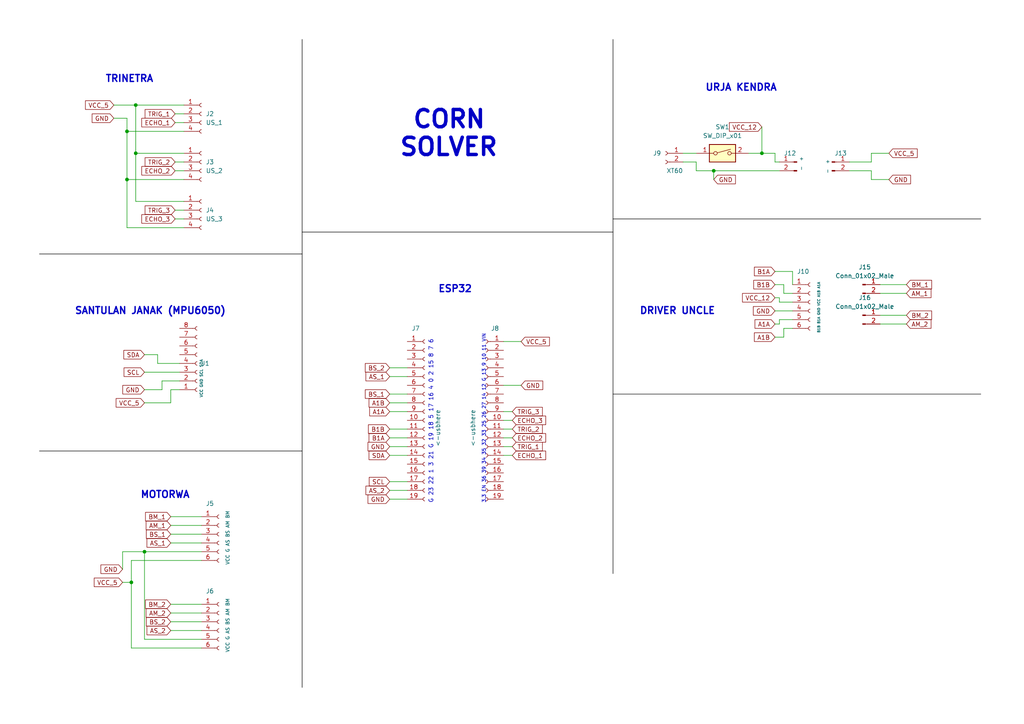
<source format=kicad_sch>
(kicad_sch (version 20211123) (generator eeschema)
  (paper "A4")
  (lib_symbols
    (symbol "Connector:Conn_01x02_Female" (pin_names (offset 1.016) hide)
      (property "Reference" "J" (at 0 2.54 0))
      (property "Value" "Conn_01x02_Female" (at 0 -5.08 0))
      (symbol "Conn_01x02_Female_1_1"
        (arc (start 0 -2.032) (mid -0.508 -2.54) (end 0 -3.048) (stroke (width 0.1524)))
        (polyline (pts (xy -1.27 -2.54) (xy -0.508 -2.54)) (stroke (width 0.1524)))
        (polyline (pts (xy -1.27 0) (xy -0.508 0)) (stroke (width 0.1524)))
        (arc (start 0 0.508) (mid -0.508 0) (end 0 -0.508) (stroke (width 0.1524)))
        (pin passive line (at -5.08 0 0) (length 3.81) (name "Pin_1") (number "1"))
        (pin passive line (at -5.08 -2.54 0) (length 3.81) (name "Pin_2") (number "2"))
      )
    )
    (symbol "Connector:Conn_01x02_Male" (pin_names (offset 1.016) hide)
      (property "Reference" "J" (at 0 2.54 0))
      (property "Value" "Conn_01x02_Male" (at 0 -5.08 0))
      (symbol "Conn_01x02_Male_1_1"
        (polyline (pts (xy 1.27 -2.54) (xy 0.8636 -2.54)) (stroke (width 0.1524)))
        (polyline (pts (xy 1.27 0) (xy 0.8636 0)) (stroke (width 0.1524)))
        (rectangle (start 0.8636 -2.413) (end 0 -2.667) (stroke (width 0.1524)) (fill (type outline)))
        (rectangle (start 0.8636 0.127) (end 0 -0.127) (stroke (width 0.1524)) (fill (type outline)))
        (pin passive line (at 5.08 0 180) (length 3.81) (name "Pin_1") (number "1"))
        (pin passive line (at 5.08 -2.54 180) (length 3.81) (name "Pin_2") (number "2"))
      )
    )
    (symbol "Connector:Conn_01x04_Female" (pin_names (offset 1.016) hide)
      (property "Reference" "J" (at 0 5.08 0))
      (property "Value" "Conn_01x04_Female" (at 0 -7.62 0))
      (symbol "Conn_01x04_Female_1_1"
        (arc (start 0 -4.572) (mid -0.508 -5.08) (end 0 -5.588) (stroke (width 0.1524)))
        (arc (start 0 -2.032) (mid -0.508 -2.54) (end 0 -3.048) (stroke (width 0.1524)))
        (polyline (pts (xy -1.27 -5.08) (xy -0.508 -5.08)) (stroke (width 0.1524)))
        (polyline (pts (xy -1.27 -2.54) (xy -0.508 -2.54)) (stroke (width 0.1524)))
        (polyline (pts (xy -1.27 0) (xy -0.508 0)) (stroke (width 0.1524)))
        (polyline (pts (xy -1.27 2.54) (xy -0.508 2.54)) (stroke (width 0.1524)))
        (arc (start 0 0.508) (mid -0.508 0) (end 0 -0.508) (stroke (width 0.1524)))
        (arc (start 0 3.048) (mid -0.508 2.54) (end 0 2.032) (stroke (width 0.1524)))
        (pin passive line (at -5.08 2.54 0) (length 3.81) (name "Pin_1") (number "1"))
        (pin passive line (at -5.08 0 0) (length 3.81) (name "Pin_2") (number "2"))
        (pin passive line (at -5.08 -2.54 0) (length 3.81) (name "Pin_3") (number "3"))
        (pin passive line (at -5.08 -5.08 0) (length 3.81) (name "Pin_4") (number "4"))
      )
    )
    (symbol "Connector:Conn_01x06_Female" (pin_names (offset 1.016) hide)
      (property "Reference" "J" (at 0 7.62 0))
      (property "Value" "Conn_01x06_Female" (at 0 -10.16 0))
      (symbol "Conn_01x06_Female_1_1"
        (arc (start 0 -7.112) (mid -0.508 -7.62) (end 0 -8.128) (stroke (width 0.1524)))
        (arc (start 0 -4.572) (mid -0.508 -5.08) (end 0 -5.588) (stroke (width 0.1524)))
        (arc (start 0 -2.032) (mid -0.508 -2.54) (end 0 -3.048) (stroke (width 0.1524)))
        (polyline (pts (xy -1.27 -7.62) (xy -0.508 -7.62)) (stroke (width 0.1524)))
        (polyline (pts (xy -1.27 -5.08) (xy -0.508 -5.08)) (stroke (width 0.1524)))
        (polyline (pts (xy -1.27 -2.54) (xy -0.508 -2.54)) (stroke (width 0.1524)))
        (polyline (pts (xy -1.27 0) (xy -0.508 0)) (stroke (width 0.1524)))
        (polyline (pts (xy -1.27 2.54) (xy -0.508 2.54)) (stroke (width 0.1524)))
        (polyline (pts (xy -1.27 5.08) (xy -0.508 5.08)) (stroke (width 0.1524)))
        (arc (start 0 0.508) (mid -0.508 0) (end 0 -0.508) (stroke (width 0.1524)))
        (arc (start 0 3.048) (mid -0.508 2.54) (end 0 2.032) (stroke (width 0.1524)))
        (arc (start 0 5.588) (mid -0.508 5.08) (end 0 4.572) (stroke (width 0.1524)))
        (pin passive line (at -5.08 5.08 0) (length 3.81) (name "Pin_1") (number "1"))
        (pin passive line (at -5.08 2.54 0) (length 3.81) (name "Pin_2") (number "2"))
        (pin passive line (at -5.08 0 0) (length 3.81) (name "Pin_3") (number "3"))
        (pin passive line (at -5.08 -2.54 0) (length 3.81) (name "Pin_4") (number "4"))
        (pin passive line (at -5.08 -5.08 0) (length 3.81) (name "Pin_5") (number "5"))
        (pin passive line (at -5.08 -7.62 0) (length 3.81) (name "Pin_6") (number "6"))
      )
    )
    (symbol "Connector:Conn_01x08_Female" (pin_names (offset 1.016) hide)
      (property "Reference" "J" (at 0 10.16 0))
      (property "Value" "Conn_01x08_Female" (at 0 -12.7 0))
      (symbol "Conn_01x08_Female_1_1"
        (arc (start 0 -9.652) (mid -0.508 -10.16) (end 0 -10.668) (stroke (width 0.1524)))
        (arc (start 0 -7.112) (mid -0.508 -7.62) (end 0 -8.128) (stroke (width 0.1524)))
        (arc (start 0 -4.572) (mid -0.508 -5.08) (end 0 -5.588) (stroke (width 0.1524)))
        (arc (start 0 -2.032) (mid -0.508 -2.54) (end 0 -3.048) (stroke (width 0.1524)))
        (polyline (pts (xy -1.27 -10.16) (xy -0.508 -10.16)) (stroke (width 0.1524)))
        (polyline (pts (xy -1.27 -7.62) (xy -0.508 -7.62)) (stroke (width 0.1524)))
        (polyline (pts (xy -1.27 -5.08) (xy -0.508 -5.08)) (stroke (width 0.1524)))
        (polyline (pts (xy -1.27 -2.54) (xy -0.508 -2.54)) (stroke (width 0.1524)))
        (polyline (pts (xy -1.27 0) (xy -0.508 0)) (stroke (width 0.1524)))
        (polyline (pts (xy -1.27 2.54) (xy -0.508 2.54)) (stroke (width 0.1524)))
        (polyline (pts (xy -1.27 5.08) (xy -0.508 5.08)) (stroke (width 0.1524)))
        (polyline (pts (xy -1.27 7.62) (xy -0.508 7.62)) (stroke (width 0.1524)))
        (arc (start 0 0.508) (mid -0.508 0) (end 0 -0.508) (stroke (width 0.1524)))
        (arc (start 0 3.048) (mid -0.508 2.54) (end 0 2.032) (stroke (width 0.1524)))
        (arc (start 0 5.588) (mid -0.508 5.08) (end 0 4.572) (stroke (width 0.1524)))
        (arc (start 0 8.128) (mid -0.508 7.62) (end 0 7.112) (stroke (width 0.1524)))
        (pin passive line (at -5.08 7.62 0) (length 3.81) (name "Pin_1") (number "1"))
        (pin passive line (at -5.08 5.08 0) (length 3.81) (name "Pin_2") (number "2"))
        (pin passive line (at -5.08 2.54 0) (length 3.81) (name "Pin_3") (number "3"))
        (pin passive line (at -5.08 0 0) (length 3.81) (name "Pin_4") (number "4"))
        (pin passive line (at -5.08 -2.54 0) (length 3.81) (name "Pin_5") (number "5"))
        (pin passive line (at -5.08 -5.08 0) (length 3.81) (name "Pin_6") (number "6"))
        (pin passive line (at -5.08 -7.62 0) (length 3.81) (name "Pin_7") (number "7"))
        (pin passive line (at -5.08 -10.16 0) (length 3.81) (name "Pin_8") (number "8"))
      )
    )
    (symbol "Connector:Conn_01x19_Female" (pin_names (offset 1.016) hide)
      (property "Reference" "J" (at 0 25.4 0))
      (property "Value" "Conn_01x19_Female" (at 0 -25.4 0))
      (symbol "Conn_01x19_Female_1_1"
        (arc (start 0 -22.352) (mid -0.508 -22.86) (end 0 -23.368) (stroke (width 0.1524)))
        (arc (start 0 -19.812) (mid -0.508 -20.32) (end 0 -20.828) (stroke (width 0.1524)))
        (arc (start 0 -17.272) (mid -0.508 -17.78) (end 0 -18.288) (stroke (width 0.1524)))
        (arc (start 0 -14.732) (mid -0.508 -15.24) (end 0 -15.748) (stroke (width 0.1524)))
        (arc (start 0 -12.192) (mid -0.508 -12.7) (end 0 -13.208) (stroke (width 0.1524)))
        (arc (start 0 -9.652) (mid -0.508 -10.16) (end 0 -10.668) (stroke (width 0.1524)))
        (arc (start 0 -7.112) (mid -0.508 -7.62) (end 0 -8.128) (stroke (width 0.1524)))
        (arc (start 0 -4.572) (mid -0.508 -5.08) (end 0 -5.588) (stroke (width 0.1524)))
        (arc (start 0 -2.032) (mid -0.508 -2.54) (end 0 -3.048) (stroke (width 0.1524)))
        (polyline (pts (xy -1.27 -22.86) (xy -0.508 -22.86)) (stroke (width 0.1524)))
        (polyline (pts (xy -1.27 -20.32) (xy -0.508 -20.32)) (stroke (width 0.1524)))
        (polyline (pts (xy -1.27 -17.78) (xy -0.508 -17.78)) (stroke (width 0.1524)))
        (polyline (pts (xy -1.27 -15.24) (xy -0.508 -15.24)) (stroke (width 0.1524)))
        (polyline (pts (xy -1.27 -12.7) (xy -0.508 -12.7)) (stroke (width 0.1524)))
        (polyline (pts (xy -1.27 -10.16) (xy -0.508 -10.16)) (stroke (width 0.1524)))
        (polyline (pts (xy -1.27 -7.62) (xy -0.508 -7.62)) (stroke (width 0.1524)))
        (polyline (pts (xy -1.27 -5.08) (xy -0.508 -5.08)) (stroke (width 0.1524)))
        (polyline (pts (xy -1.27 -2.54) (xy -0.508 -2.54)) (stroke (width 0.1524)))
        (polyline (pts (xy -1.27 0) (xy -0.508 0)) (stroke (width 0.1524)))
        (polyline (pts (xy -1.27 2.54) (xy -0.508 2.54)) (stroke (width 0.1524)))
        (polyline (pts (xy -1.27 5.08) (xy -0.508 5.08)) (stroke (width 0.1524)))
        (polyline (pts (xy -1.27 7.62) (xy -0.508 7.62)) (stroke (width 0.1524)))
        (polyline (pts (xy -1.27 10.16) (xy -0.508 10.16)) (stroke (width 0.1524)))
        (polyline (pts (xy -1.27 12.7) (xy -0.508 12.7)) (stroke (width 0.1524)))
        (polyline (pts (xy -1.27 15.24) (xy -0.508 15.24)) (stroke (width 0.1524)))
        (polyline (pts (xy -1.27 17.78) (xy -0.508 17.78)) (stroke (width 0.1524)))
        (polyline (pts (xy -1.27 20.32) (xy -0.508 20.32)) (stroke (width 0.1524)))
        (polyline (pts (xy -1.27 22.86) (xy -0.508 22.86)) (stroke (width 0.1524)))
        (arc (start 0 0.508) (mid -0.508 0) (end 0 -0.508) (stroke (width 0.1524)))
        (arc (start 0 3.048) (mid -0.508 2.54) (end 0 2.032) (stroke (width 0.1524)))
        (arc (start 0 5.588) (mid -0.508 5.08) (end 0 4.572) (stroke (width 0.1524)))
        (arc (start 0 8.128) (mid -0.508 7.62) (end 0 7.112) (stroke (width 0.1524)))
        (arc (start 0 10.668) (mid -0.508 10.16) (end 0 9.652) (stroke (width 0.1524)))
        (arc (start 0 13.208) (mid -0.508 12.7) (end 0 12.192) (stroke (width 0.1524)))
        (arc (start 0 15.748) (mid -0.508 15.24) (end 0 14.732) (stroke (width 0.1524)))
        (arc (start 0 18.288) (mid -0.508 17.78) (end 0 17.272) (stroke (width 0.1524)))
        (arc (start 0 20.828) (mid -0.508 20.32) (end 0 19.812) (stroke (width 0.1524)))
        (arc (start 0 23.368) (mid -0.508 22.86) (end 0 22.352) (stroke (width 0.1524)))
        (pin passive line (at -5.08 22.86 0) (length 3.81) (name "Pin_1") (number "1"))
        (pin passive line (at -5.08 0 0) (length 3.81) (name "Pin_10") (number "10"))
        (pin passive line (at -5.08 -2.54 0) (length 3.81) (name "Pin_11") (number "11"))
        (pin passive line (at -5.08 -5.08 0) (length 3.81) (name "Pin_12") (number "12"))
        (pin passive line (at -5.08 -7.62 0) (length 3.81) (name "Pin_13") (number "13"))
        (pin passive line (at -5.08 -10.16 0) (length 3.81) (name "Pin_14") (number "14"))
        (pin passive line (at -5.08 -12.7 0) (length 3.81) (name "Pin_15") (number "15"))
        (pin passive line (at -5.08 -15.24 0) (length 3.81) (name "Pin_16") (number "16"))
        (pin passive line (at -5.08 -17.78 0) (length 3.81) (name "Pin_17") (number "17"))
        (pin passive line (at -5.08 -20.32 0) (length 3.81) (name "Pin_18") (number "18"))
        (pin passive line (at -5.08 -22.86 0) (length 3.81) (name "Pin_19") (number "19"))
        (pin passive line (at -5.08 20.32 0) (length 3.81) (name "Pin_2") (number "2"))
        (pin passive line (at -5.08 17.78 0) (length 3.81) (name "Pin_3") (number "3"))
        (pin passive line (at -5.08 15.24 0) (length 3.81) (name "Pin_4") (number "4"))
        (pin passive line (at -5.08 12.7 0) (length 3.81) (name "Pin_5") (number "5"))
        (pin passive line (at -5.08 10.16 0) (length 3.81) (name "Pin_6") (number "6"))
        (pin passive line (at -5.08 7.62 0) (length 3.81) (name "Pin_7") (number "7"))
        (pin passive line (at -5.08 5.08 0) (length 3.81) (name "Pin_8") (number "8"))
        (pin passive line (at -5.08 2.54 0) (length 3.81) (name "Pin_9") (number "9"))
      )
    )
    (symbol "Switch:SW_DIP_x01" (pin_names (offset 0) hide)
      (property "Reference" "SW" (at 0 3.81 0))
      (property "Value" "SW_DIP_x01" (at 0 -3.81 0))
      (symbol "SW_DIP_x01_0_0"
        (circle (center -2.032 0) (radius 0.508))
        (polyline (pts (xy -1.524 0.127) (xy 2.3622 1.1684)))
        (circle (center 2.032 0) (radius 0.508))
      )
      (symbol "SW_DIP_x01_0_1"
        (rectangle (start -3.81 2.54) (end 3.81 -2.54) (stroke (width 0.254)) (fill (type background)))
      )
      (symbol "SW_DIP_x01_1_1"
        (pin passive line (at -7.62 0 0) (length 5.08) (name "~") (number "1"))
        (pin passive line (at 7.62 0 180) (length 5.08) (name "~") (number "2"))
      )
    )
  )
  (junction (at 39.37 44.45))
  (junction (at 41.91 160.02))
  (junction (at 36.83 52.07))
  (junction (at 38.1 168.91))
  (junction (at 207.01 49.53))
  (junction (at 220.98 44.45))
  (junction (at 39.37 30.48))
  (junction (at 36.83 38.1))
  (wire (pts (xy 246.38 49.53) (xy 252.73 49.53)))
  (wire (pts (xy 201.93 49.53) (xy 201.93 46.99)))
  (wire (pts (xy 207.01 49.53) (xy 207.01 52.07)))
  (wire (pts (xy 255.27 85.09) (xy 262.89 85.09)))
  (wire (pts (xy 49.53 175.26) (xy 58.42 175.26)))
  (wire (pts (xy 113.03 109.22) (xy 118.11 109.22)))
  (wire (pts (xy 220.98 36.83) (xy 220.98 44.45)))
  (wire (pts (xy 224.79 78.74) (xy 229.87 78.74)))
  (wire (pts (xy 229.87 78.74) (xy 229.87 82.55)))
  (wire (pts (xy 49.53 149.86) (xy 58.42 149.86)))
  (wire (pts (xy 50.8 49.53) (xy 53.34 49.53)))
  (wire (pts (xy 224.79 90.17) (xy 229.87 90.17)))
  (wire (pts (xy 50.8 60.96) (xy 53.34 60.96)))
  (wire (pts (xy 39.37 58.42) (xy 39.37 44.45)))
  (wire (pts (xy 226.06 93.98) (xy 226.06 92.71)))
  (wire (pts (xy 146.05 119.38) (xy 148.59 119.38)))
  (wire (pts (xy 224.79 44.45) (xy 224.79 46.99)))
  (wire (pts (xy 226.06 86.36) (xy 226.06 87.63)))
  (wire (pts (xy 49.53 177.8) (xy 58.42 177.8)))
  (wire (pts (xy 217.17 44.45) (xy 220.98 44.45)))
  (wire (pts (xy 255.27 93.98) (xy 262.89 93.98)))
  (wire (pts (xy 53.34 58.42) (xy 39.37 58.42)))
  (wire (pts (xy 49.53 157.48) (xy 58.42 157.48)))
  (wire (pts (xy 146.05 124.46) (xy 148.59 124.46)))
  (wire (pts (xy 50.8 46.99) (xy 53.34 46.99)))
  (wire (pts (xy 50.8 33.02) (xy 53.34 33.02)))
  (wire (pts (xy 226.06 87.63) (xy 229.87 87.63)))
  (wire (pts (xy 224.79 46.99) (xy 226.06 46.99)))
  (polyline (pts (xy 87.63 67.31) (xy 177.8 67.31)) (stroke (width 0) (type solid) (color 0 0 0 1)))
  (wire (pts (xy 224.79 93.98) (xy 226.06 93.98)))
  (wire (pts (xy 50.8 35.56) (xy 53.34 35.56)))
  (wire (pts (xy 46.99 110.49) (xy 52.07 110.49)))
  (wire (pts (xy 41.91 113.03) (xy 46.99 113.03)))
  (wire (pts (xy 39.37 30.48) (xy 53.34 30.48)))
  (wire (pts (xy 252.73 46.99) (xy 246.38 46.99)))
  (wire (pts (xy 49.53 116.84) (xy 49.53 113.03)))
  (wire (pts (xy 255.27 91.44) (xy 262.89 91.44)))
  (wire (pts (xy 227.33 97.79) (xy 227.33 95.25)))
  (wire (pts (xy 45.72 105.41) (xy 45.72 102.87)))
  (wire (pts (xy 35.56 168.91) (xy 38.1 168.91)))
  (wire (pts (xy 49.53 182.88) (xy 58.42 182.88)))
  (wire (pts (xy 41.91 160.02) (xy 41.91 185.42)))
  (wire (pts (xy 36.83 34.29) (xy 36.83 38.1)))
  (wire (pts (xy 146.05 127) (xy 148.59 127)))
  (wire (pts (xy 49.53 113.03) (xy 52.07 113.03)))
  (wire (pts (xy 49.53 180.34) (xy 58.42 180.34)))
  (polyline (pts (xy 177.8 114.3) (xy 284.48 114.3)) (stroke (width 0) (type solid) (color 0 0 0 1)))
  (wire (pts (xy 146.05 99.06) (xy 151.13 99.06)))
  (wire (pts (xy 113.03 106.68) (xy 118.11 106.68)))
  (wire (pts (xy 146.05 111.76) (xy 151.13 111.76)))
  (wire (pts (xy 39.37 44.45) (xy 39.37 30.48)))
  (wire (pts (xy 224.79 82.55) (xy 227.33 82.55)))
  (wire (pts (xy 36.83 52.07) (xy 36.83 66.04)))
  (wire (pts (xy 207.01 49.53) (xy 201.93 49.53)))
  (wire (pts (xy 220.98 44.45) (xy 224.79 44.45)))
  (wire (pts (xy 224.79 86.36) (xy 226.06 86.36)))
  (wire (pts (xy 38.1 187.96) (xy 38.1 168.91)))
  (wire (pts (xy 113.03 132.08) (xy 118.11 132.08)))
  (wire (pts (xy 41.91 116.84) (xy 49.53 116.84)))
  (wire (pts (xy 252.73 52.07) (xy 257.81 52.07)))
  (wire (pts (xy 36.83 38.1) (xy 36.83 52.07)))
  (wire (pts (xy 41.91 107.95) (xy 52.07 107.95)))
  (wire (pts (xy 113.03 114.3) (xy 118.11 114.3)))
  (wire (pts (xy 146.05 132.08) (xy 148.59 132.08)))
  (polyline (pts (xy 11.43 73.66) (xy 87.63 73.66)) (stroke (width 0) (type solid) (color 0 0 0 1)))
  (polyline (pts (xy 177.8 11.43) (xy 177.8 166.37)) (stroke (width 0) (type solid) (color 0 0 0 1)))
  (wire (pts (xy 52.07 105.41) (xy 45.72 105.41)))
  (wire (pts (xy 226.06 49.53) (xy 207.01 49.53)))
  (wire (pts (xy 46.99 113.03) (xy 46.99 110.49)))
  (wire (pts (xy 227.33 95.25) (xy 229.87 95.25)))
  (wire (pts (xy 33.02 30.48) (xy 39.37 30.48)))
  (wire (pts (xy 226.06 92.71) (xy 229.87 92.71)))
  (polyline (pts (xy 11.43 130.81) (xy 87.63 130.81)) (stroke (width 0) (type solid) (color 0 0 0 1)))
  (wire (pts (xy 146.05 121.92) (xy 148.59 121.92)))
  (wire (pts (xy 38.1 162.56) (xy 58.42 162.56)))
  (polyline (pts (xy 177.8 63.5) (xy 284.48 63.5)) (stroke (width 0) (type solid) (color 0 0 0 1)))
  (wire (pts (xy 113.03 139.7) (xy 118.11 139.7)))
  (wire (pts (xy 41.91 160.02) (xy 58.42 160.02)))
  (wire (pts (xy 201.93 46.99) (xy 198.12 46.99)))
  (wire (pts (xy 35.56 165.1) (xy 35.56 160.02)))
  (wire (pts (xy 58.42 185.42) (xy 41.91 185.42)))
  (wire (pts (xy 49.53 154.94) (xy 58.42 154.94)))
  (wire (pts (xy 224.79 97.79) (xy 227.33 97.79)))
  (wire (pts (xy 255.27 82.55) (xy 262.89 82.55)))
  (wire (pts (xy 38.1 168.91) (xy 38.1 162.56)))
  (polyline (pts (xy 87.63 11.43) (xy 87.63 199.39)) (stroke (width 0) (type solid) (color 0 0 0 1)))
  (wire (pts (xy 227.33 85.09) (xy 229.87 85.09)))
  (wire (pts (xy 36.83 52.07) (xy 53.34 52.07)))
  (wire (pts (xy 53.34 66.04) (xy 36.83 66.04)))
  (wire (pts (xy 45.72 102.87) (xy 41.91 102.87)))
  (wire (pts (xy 252.73 44.45) (xy 252.73 46.99)))
  (wire (pts (xy 257.81 44.45) (xy 252.73 44.45)))
  (wire (pts (xy 49.53 152.4) (xy 58.42 152.4)))
  (wire (pts (xy 198.12 44.45) (xy 201.93 44.45)))
  (wire (pts (xy 113.03 127) (xy 118.11 127)))
  (wire (pts (xy 58.42 187.96) (xy 38.1 187.96)))
  (wire (pts (xy 35.56 160.02) (xy 41.91 160.02)))
  (wire (pts (xy 50.8 63.5) (xy 53.34 63.5)))
  (wire (pts (xy 113.03 144.78) (xy 118.11 144.78)))
  (wire (pts (xy 113.03 116.84) (xy 118.11 116.84)))
  (wire (pts (xy 146.05 129.54) (xy 148.59 129.54)))
  (wire (pts (xy 113.03 142.24) (xy 118.11 142.24)))
  (wire (pts (xy 227.33 82.55) (xy 227.33 85.09)))
  (wire (pts (xy 113.03 124.46) (xy 118.11 124.46)))
  (wire (pts (xy 53.34 44.45) (xy 39.37 44.45)))
  (wire (pts (xy 33.02 34.29) (xy 36.83 34.29)))
  (wire (pts (xy 113.03 129.54) (xy 118.11 129.54)))
  (wire (pts (xy 113.03 119.38) (xy 118.11 119.38)))
  (wire (pts (xy 36.83 38.1) (xy 53.34 38.1)))
  (wire (pts (xy 252.73 49.53) (xy 252.73 52.07)))
  (text "DRIVER UNCLE" (at 185.42 91.44 0) (effects (font (size 2 2) (thickness 0.4) bold) (justify left bottom)))
  (text "3.3 EN 36 39 34 35 32 33 25 26 27 14 12 G 13 9 10 11 VIN" (at 140.97 146.05 90) (effects (font (size 1 1)) (justify left bottom)))
  (text "URJA KENDRA" (at 204.47 26.67 0) (effects (font (size 2 2) (thickness 0.4) bold) (justify left bottom)))
  (text "  CORN \n SOLVER" (at 111.76 45.72 0) (effects (font (size 5 5) (thickness 1) bold) (justify left bottom)))
  (text "ESP32" (at 127 85.09 0) (effects (font (size 2 2) (thickness 0.4) bold) (justify left bottom)))
  (text "G 23 22 1 3 21 G 19 18 5 17 16 4 0 2 15 8 7 6" (at 125.73 146.05 90) (effects (font (size 1.2 1.2)) (justify left bottom)))
  (text "SANTULAN JANAK (MPU6050)" (at 21.59 91.44 0) (effects (font (size 2 2) (thickness 0.4) bold) (justify left bottom)))
  (text "MOTORWA" (at 40.64 144.78 0) (effects (font (size 2 2) (thickness 0.4) bold) (justify left bottom)))
  (text "TRINETRA" (at 30.48 24.13 0) (effects (font (size 2 2) (thickness 0.4) bold) (justify left bottom)))
  (global_label "AM_1" (shape input) (at 49.53 152.4 180) (property "Intersheet References" "${INTERSHEET_REFS}" (effects hide)))
  (global_label "BM_1" (shape input) (at 262.89 82.55 0) (property "Intersheet References" "${INTERSHEET_REFS}" (effects hide)))
  (global_label "ECHO_2" (shape input) (at 50.8 49.53 180) (property "Intersheet References" "${INTERSHEET_REFS}" (effects hide)))
  (global_label "TRIG_2" (shape input) (at 148.59 124.46 0) (property "Intersheet References" "${INTERSHEET_REFS}" (effects hide)))
  (global_label "ECHO_2" (shape input) (at 148.59 127 0) (property "Intersheet References" "${INTERSHEET_REFS}" (effects hide)))
  (global_label "TRIG_3" (shape input) (at 50.8 60.96 180) (property "Intersheet References" "${INTERSHEET_REFS}" (effects hide)))
  (global_label "BM_1" (shape input) (at 49.53 149.86 180) (property "Intersheet References" "${INTERSHEET_REFS}" (effects hide)))
  (global_label "AS_1" (shape input) (at 113.03 109.22 180) (property "Intersheet References" "${INTERSHEET_REFS}" (effects hide)))
  (global_label "GND" (shape input) (at 41.91 113.03 180) (property "Intersheet References" "${INTERSHEET_REFS}" (effects hide)))
  (global_label "VCC_5" (shape input) (at 41.91 116.84 180) (property "Intersheet References" "${INTERSHEET_REFS}" (effects hide)))
  (global_label "B1A" (shape input) (at 113.03 127 180) (property "Intersheet References" "${INTERSHEET_REFS}" (effects hide)))
  (global_label "BS_1" (shape input) (at 113.03 114.3 180) (property "Intersheet References" "${INTERSHEET_REFS}" (effects hide)))
  (global_label "VCC_5" (shape input) (at 35.56 168.91 180) (property "Intersheet References" "${INTERSHEET_REFS}" (effects hide)))
  (global_label "TRIG_1" (shape input) (at 148.59 129.54 0) (property "Intersheet References" "${INTERSHEET_REFS}" (effects hide)))
  (global_label "AS_2" (shape input) (at 49.53 182.88 180) (property "Intersheet References" "${INTERSHEET_REFS}" (effects hide)))
  (global_label "A1A" (shape input) (at 224.79 93.98 180) (property "Intersheet References" "${INTERSHEET_REFS}" (effects hide)))
  (global_label "GND" (shape input) (at 257.81 52.07 0) (property "Intersheet References" "${INTERSHEET_REFS}" (effects hide)))
  (global_label "AS_2" (shape input) (at 113.03 142.24 180) (property "Intersheet References" "${INTERSHEET_REFS}" (effects hide)))
  (global_label "SCL" (shape input) (at 113.03 139.7 180) (property "Intersheet References" "${INTERSHEET_REFS}" (effects hide)))
  (global_label "B1B" (shape input) (at 113.03 124.46 180) (property "Intersheet References" "${INTERSHEET_REFS}" (effects hide)))
  (global_label "B1A" (shape input) (at 224.79 78.74 180) (property "Intersheet References" "${INTERSHEET_REFS}" (effects hide)))
  (global_label "BM_2" (shape input) (at 49.53 175.26 180) (property "Intersheet References" "${INTERSHEET_REFS}" (effects hide)))
  (global_label "TRIG_3" (shape input) (at 148.59 119.38 0) (property "Intersheet References" "${INTERSHEET_REFS}" (effects hide)))
  (global_label "GND" (shape input) (at 151.13 111.76 0) (property "Intersheet References" "${INTERSHEET_REFS}" (effects hide)))
  (global_label "SDA" (shape input) (at 113.03 132.08 180) (property "Intersheet References" "${INTERSHEET_REFS}" (effects hide)))
  (global_label "BM_2" (shape input) (at 262.89 91.44 0) (property "Intersheet References" "${INTERSHEET_REFS}" (effects hide)))
  (global_label "VCC_12" (shape input) (at 220.98 36.83 180) (property "Intersheet References" "${INTERSHEET_REFS}" (effects hide)))
  (global_label "A1A" (shape input) (at 113.03 119.38 180) (property "Intersheet References" "${INTERSHEET_REFS}" (effects hide)))
  (global_label "VCC_5" (shape input) (at 33.02 30.48 180) (property "Intersheet References" "${INTERSHEET_REFS}" (effects hide)))
  (global_label "GND" (shape input) (at 113.03 144.78 180) (property "Intersheet References" "${INTERSHEET_REFS}" (effects hide)))
  (global_label "VCC_5" (shape input) (at 151.13 99.06 0) (property "Intersheet References" "${INTERSHEET_REFS}" (effects hide)))
  (global_label "ECHO_3" (shape input) (at 50.8 63.5 180) (property "Intersheet References" "${INTERSHEET_REFS}" (effects hide)))
  (global_label "A1B" (shape input) (at 224.79 97.79 180) (property "Intersheet References" "${INTERSHEET_REFS}" (effects hide)))
  (global_label "ECHO_3" (shape input) (at 148.59 121.92 0) (property "Intersheet References" "${INTERSHEET_REFS}" (effects hide)))
  (global_label "GND" (shape input) (at 207.01 52.07 0) (property "Intersheet References" "${INTERSHEET_REFS}" (effects hide)))
  (global_label "B1B" (shape input) (at 224.79 82.55 180) (property "Intersheet References" "${INTERSHEET_REFS}" (effects hide)))
  (global_label "VCC_12" (shape input) (at 224.79 86.36 180) (property "Intersheet References" "${INTERSHEET_REFS}" (effects hide)))
  (global_label "A1B" (shape input) (at 113.03 116.84 180) (property "Intersheet References" "${INTERSHEET_REFS}" (effects hide)))
  (global_label "TRIG_2" (shape input) (at 50.8 46.99 180) (property "Intersheet References" "${INTERSHEET_REFS}" (effects hide)))
  (global_label "AM_2" (shape input) (at 49.53 177.8 180) (property "Intersheet References" "${INTERSHEET_REFS}" (effects hide)))
  (global_label "GND" (shape input) (at 33.02 34.29 180) (property "Intersheet References" "${INTERSHEET_REFS}" (effects hide)))
  (global_label "SDA" (shape input) (at 41.91 102.87 180) (property "Intersheet References" "${INTERSHEET_REFS}" (effects hide)))
  (global_label "AM_1" (shape input) (at 262.89 85.09 0) (property "Intersheet References" "${INTERSHEET_REFS}" (effects hide)))
  (global_label "GND" (shape input) (at 224.79 90.17 180) (property "Intersheet References" "${INTERSHEET_REFS}" (effects hide)))
  (global_label "BS_2" (shape input) (at 113.03 106.68 180) (property "Intersheet References" "${INTERSHEET_REFS}" (effects hide)))
  (global_label "AS_1" (shape input) (at 49.53 157.48 180) (property "Intersheet References" "${INTERSHEET_REFS}" (effects hide)))
  (global_label "ECHO_1" (shape input) (at 148.59 132.08 0) (property "Intersheet References" "${INTERSHEET_REFS}" (effects hide)))
  (global_label "GND" (shape input) (at 35.56 165.1 180) (property "Intersheet References" "${INTERSHEET_REFS}" (effects hide)))
  (global_label "BS_2" (shape input) (at 49.53 180.34 180) (property "Intersheet References" "${INTERSHEET_REFS}" (effects hide)))
  (global_label "AM_2" (shape input) (at 262.89 93.98 0) (property "Intersheet References" "${INTERSHEET_REFS}" (effects hide)))
  (global_label "VCC_5" (shape input) (at 257.81 44.45 0) (property "Intersheet References" "${INTERSHEET_REFS}" (effects hide)))
  (global_label "BS_1" (shape input) (at 49.53 154.94 180) (property "Intersheet References" "${INTERSHEET_REFS}" (effects hide)))
  (global_label "SCL" (shape input) (at 41.91 107.95 180) (property "Intersheet References" "${INTERSHEET_REFS}" (effects hide)))
  (global_label "ECHO_1" (shape input) (at 50.8 35.56 180) (property "Intersheet References" "${INTERSHEET_REFS}" (effects hide)))
  (global_label "GND" (shape input) (at 113.03 129.54 180) (property "Intersheet References" "${INTERSHEET_REFS}" (effects hide)))
  (global_label "TRIG_1" (shape input) (at 50.8 33.02 180) (property "Intersheet References" "${INTERSHEET_REFS}" (effects hide)))
  (symbol (lib_id "Connector:Conn_01x02_Male") (at 231.14 46.99 0) (mirror y) (unit 1)
    (property "Reference" "J12" (at 227.33 44.45 0) (effects (justify right)))
    (property "Value" "-  +" (at 232.41 49.53 90) (effects (font (size 1 1)) (justify left)))
    (property "Footprint" "Connector_PinHeader_2.54mm:PinHeader_1x02_P2.54mm_Vertical" (effects hide))
  )
  (symbol (lib_id "Connector:Conn_01x02_Male") (at 250.19 82.55 0) (unit 1)
    (property "Reference" "J15" (at 250.825 77.47 0))
    (property "Value" "Conn_01x02_Male" (at 250.825 80.01 0))
    (property "Footprint" "Connector_PinSocket_2.54mm:PinSocket_1x02_P2.54mm_Vertical" (effects hide))
  )
  (symbol (lib_id "Connector:Conn_01x04_Female") (at 58.42 60.96 0) (unit 1)
    (property "Reference" "J4" (at 59.69 60.9599 0) (effects (justify left)))
    (property "Value" "US_3" (at 59.69 63.4999 0) (effects (justify left)))
    (property "Footprint" "Connector_PinSocket_2.54mm:PinSocket_1x04_P2.54mm_Vertical" (effects hide))
  )
  (symbol (lib_id "Connector:Conn_01x02_Female") (at 193.04 44.45 0) (mirror y) (unit 1)
    (property "Reference" "J9" (at 191.77 44.4499 0) (effects (justify left)))
    (property "Value" "XT60" (at 198.12 49.53 0) (effects (justify left)))
    (property "Footprint" "Connector_AMASS:AMASS_XT60-M_1x02_P7.20mm_Vertical" (effects hide))
  )
  (symbol (lib_id "Connector:Conn_01x08_Female") (at 57.15 105.41 0) (mirror x) (unit 1)
    (property "Reference" "J1" (at 58.42 105.4101 0) (effects (justify left)))
    (property "Value" "VCC GND SCL SDA " (at 58.42 104.14 90) (effects (font (size 0.8 0.8)) (justify left)))
    (property "Footprint" "Connector_PinSocket_2.54mm:PinSocket_1x08_P2.54mm_Vertical" (effects hide))
  )
  (symbol (lib_id "Connector:Conn_01x19_Female") (at 123.19 121.92 0) (unit 1)
    (property "Reference" "J7" (at 119.38 95.25 0) (effects (justify left)))
    (property "Value" "<-usbhere" (at 127 129.54 90) (effects (justify left)))
    (property "Footprint" "Connector_PinSocket_2.54mm:PinSocket_1x19_P2.54mm_Vertical" (effects hide))
  )
  (symbol (lib_id "Connector:Conn_01x02_Male") (at 250.19 91.44 0) (unit 1)
    (property "Reference" "J16" (at 250.825 86.36 0))
    (property "Value" "Conn_01x02_Male" (at 250.825 88.9 0))
    (property "Footprint" "Connector_PinSocket_2.54mm:PinSocket_1x02_P2.54mm_Vertical" (effects hide))
  )
  (symbol (lib_id "Connector:Conn_01x04_Female") (at 58.42 46.99 0) (unit 1)
    (property "Reference" "J3" (at 59.69 46.9899 0) (effects (justify left)))
    (property "Value" "US_2" (at 59.69 49.5299 0) (effects (justify left)))
    (property "Footprint" "Connector_PinSocket_2.54mm:PinSocket_1x04_P2.54mm_Vertical" (effects hide))
  )
  (symbol (lib_id "Connector:Conn_01x04_Female") (at 58.42 33.02 0) (unit 1)
    (property "Reference" "J2" (at 59.69 33.0199 0) (effects (justify left)))
    (property "Value" "US_1" (at 59.69 35.5599 0) (effects (justify left)))
    (property "Footprint" "Connector_PinSocket_2.54mm:PinSocket_1x04_P2.54mm_Vertical" (effects hide))
  )
  (symbol (lib_id "Connector:Conn_01x02_Male") (at 241.3 46.99 0) (unit 1)
    (property "Reference" "J13" (at 243.84 44.45 0))
    (property "Value" "-  +" (at 240.03 48.26 90) (effects (font (size 1 1))))
    (property "Footprint" "Connector_PinHeader_2.54mm:PinHeader_1x02_P2.54mm_Vertical" (effects hide))
  )
  (symbol (lib_id "Switch:SW_DIP_x01") (at 209.55 44.45 0) (unit 1)
    (property "Reference" "SW1" (at 209.55 36.83 0))
    (property "Value" "SW_DIP_x01" (at 209.55 39.37 0))
    (property "Footprint" "sche:DPDT_SW" (effects hide))
  )
  (symbol (lib_id "Connector:Conn_01x19_Female") (at 140.97 121.92 0) (mirror y) (unit 1)
    (property "Reference" "J8" (at 144.78 95.25 0) (effects (justify left)))
    (property "Value" "<-usbhere" (at 137.16 129.54 90) (effects (justify left)))
    (property "Footprint" "Connector_PinSocket_2.54mm:PinSocket_1x19_P2.54mm_Vertical" (effects hide))
  )
  (symbol (lib_id "Connector:Conn_01x06_Female") (at 63.5 154.94 0) (unit 1)
    (property "Reference" "J5" (at 59.69 146.05 0) (effects (justify left)))
    (property "Value" "VCC G AS BS AM BM" (at 66.04 163.83 90) (effects (font (size 1 1)) (justify left)))
    (property "Footprint" "Connector_PinHeader_2.54mm:PinHeader_1x06_P2.54mm_Vertical" (effects hide))
  )
  (symbol (lib_id "Connector:Conn_01x06_Female") (at 63.5 180.34 0) (unit 1)
    (property "Reference" "J6" (at 59.69 171.45 0) (effects (justify left)))
    (property "Value" "VCC G AS BS AM BM" (at 66.04 189.23 90) (effects (font (size 1 1)) (justify left)))
    (property "Footprint" "Connector_PinHeader_2.54mm:PinHeader_1x06_P2.54mm_Vertical" (effects hide))
  )
  (symbol (lib_id "Connector:Conn_01x06_Female") (at 234.95 87.63 0) (unit 1)
    (property "Reference" "J10" (at 231.14 78.74 0) (effects (justify left)))
    (property "Value" "B1B B1A GND VCC A1B A1A" (at 237.49 96.52 90) (effects (font (size 0.7 0.7)) (justify left)))
    (property "Footprint" "Connector_PinSocket_2.54mm:PinSocket_1x06_P2.54mm_Vertical" (effects hide))
  )
)
</source>
